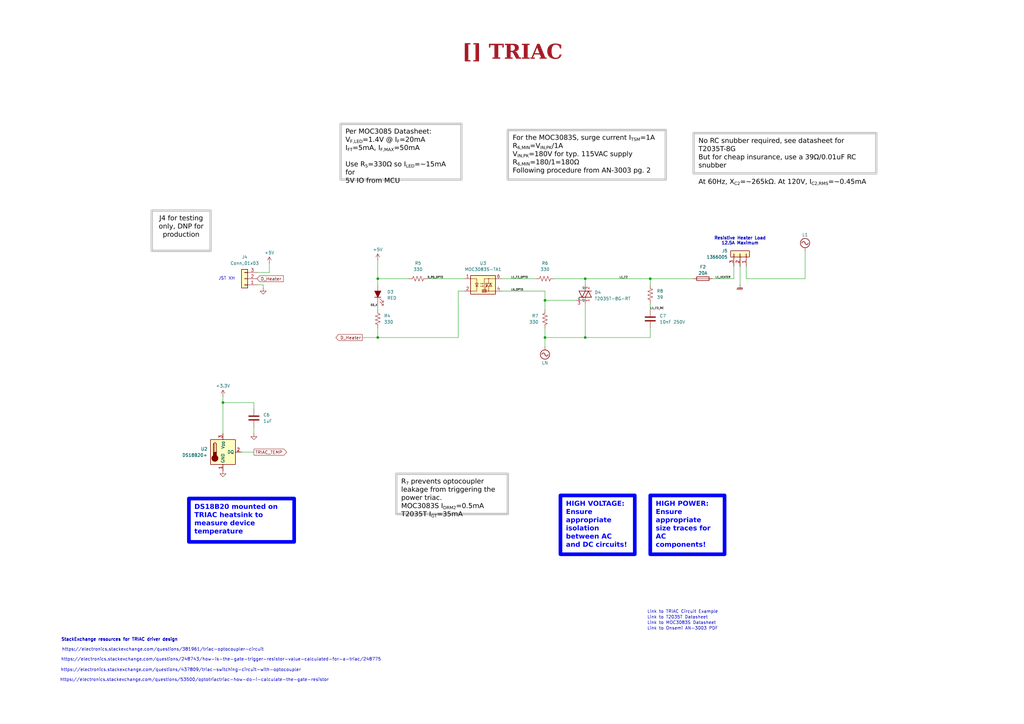
<source format=kicad_sch>
(kicad_sch (version 20250114) (generator "eeschema") (generator_version "9.0")
  (paper "A3")
  (title_block (title "TRIAC") (date "Last Modified Date") (rev "${REVISION}") (company "${COMPANY}"))
  (lib_symbols
    (symbol "Connector_Generic:Conn_01x03" (pin_names (offset 1.016) (hide yes))
      (property "Reference" "J" (at 0 5.08 0))
      (property "Value" "Conn_01x03" (at 0 -5.08 0))
      (symbol "Conn_01x03_1_1"
        (rectangle (start -1.27 3.81) (end 1.27 -3.81) (stroke (width 0.254)) (fill (type background)))
        (rectangle (start -1.27 2.667) (end 0 2.413) (stroke (width 0.1524)))
        (rectangle (start -1.27 0.127) (end 0 -0.127) (stroke (width 0.1524)))
        (rectangle (start -1.27 -2.413) (end 0 -2.667) (stroke (width 0.1524)))
        (pin passive line (at -5.08 2.54 0) (length 3.81) (name "Pin_1") (number "1"))
        (pin passive line (at -5.08 0 0) (length 3.81) (name "Pin_2") (number "2"))
        (pin passive line (at -5.08 -2.54 0) (length 3.81) (name "Pin_3") (number "3"))
      )
    )
    (symbol "Device:C" (pin_numbers (hide yes)) (pin_names (offset 0.254))
      (property "Reference" "C" (at 0.635 2.54 0))
      (property "Value" "C" (at 0.635 -2.54 0))
      (symbol "C_0_1"
        (polyline (pts (xy -2.032 0.762) (xy 2.032 0.762)) (stroke (width 0.508)))
        (polyline (pts (xy -2.032 -0.762) (xy 2.032 -0.762)) (stroke (width 0.508)))
      )
      (symbol "C_1_1"
        (pin passive line (at 0 3.81 270) (length 2.794) (name "~") (number "1"))
        (pin passive line (at 0 -3.81 90) (length 2.794) (name "~") (number "2"))
      )
    )
    (symbol "Device:Fuse" (pin_numbers (hide yes)) (pin_names (offset 0))
      (property "Reference" "F" (at 2.032 0 90))
      (property "Value" "Fuse" (at -1.905 0 90))
      (symbol "Fuse_0_1"
        (rectangle (start -0.762 -2.54) (end 0.762 2.54) (stroke (width 0.254)))
        (polyline (pts (xy 0 2.54) (xy 0 -2.54)))
      )
      (symbol "Fuse_1_1"
        (pin passive line (at 0 3.81 270) (length 1.27) (name "~") (number "1"))
        (pin passive line (at 0 -3.81 90) (length 1.27) (name "~") (number "2"))
      )
    )
    (symbol "Device:LED_Filled" (pin_numbers (hide yes)) (pin_names (offset 1.016) (hide yes))
      (property "Reference" "D" (at 0 2.54 0))
      (property "Value" "LED_Filled" (at 0 -2.54 0))
      (property "Sim.Pins" "1=K 2=A" (at 0 0 0))
      (symbol "LED_Filled_0_1"
        (polyline (pts (xy -3.048 -0.762) (xy -4.572 -2.286) (xy -3.81 -2.286) (xy -4.572 -2.286) (xy -4.572 -1.524)))
        (polyline (pts (xy -1.778 -0.762) (xy -3.302 -2.286) (xy -2.54 -2.286) (xy -3.302 -2.286) (xy -3.302 -1.524)))
        (polyline (pts (xy -1.27 0) (xy 1.27 0)))
        (polyline (pts (xy -1.27 -1.27) (xy -1.27 1.27)) (stroke (width 0.254)))
        (polyline (pts (xy 1.27 -1.27) (xy 1.27 1.27) (xy -1.27 0) (xy 1.27 -1.27)) (stroke (width 0.254)) (fill (type outline)))
      )
      (symbol "LED_Filled_1_1"
        (pin passive line (at -3.81 0 0) (length 2.54) (name "K") (number "1"))
        (pin passive line (at 3.81 0 180) (length 2.54) (name "A") (number "2"))
      )
    )
    (symbol "Device:R_US" (pin_numbers (hide yes)) (pin_names (offset 0))
      (property "Reference" "R" (at 2.54 0 90))
      (property "Value" "R_US" (at -2.54 0 90))
      (symbol "R_US_0_1"
        (polyline (pts (xy 0 2.286) (xy 0 2.54)))
        (polyline (pts (xy 0 2.286) (xy 1.016 1.905) (xy 0 1.524) (xy -1.016 1.143) (xy 0 0.762)))
        (polyline (pts (xy 0 0.762) (xy 1.016 0.381) (xy 0 0) (xy -1.016 -0.381) (xy 0 -0.762)))
        (polyline (pts (xy 0 -0.762) (xy 1.016 -1.143) (xy 0 -1.524) (xy -1.016 -1.905) (xy 0 -2.286)))
        (polyline (pts (xy 0 -2.286) (xy 0 -2.54)))
      )
      (symbol "R_US_1_1"
        (pin passive line (at 0 3.81 270) (length 1.27) (name "~") (number "1"))
        (pin passive line (at 0 -3.81 90) (length 1.27) (name "~") (number "2"))
      )
    )
    (symbol "Relay_SolidState:MOC3083M"
      (property "Reference" "U" (at -5.08 5.08 0))
      (property "Value" "MOC3083M" (at 0 5.08 0))
      (symbol "MOC3083M_0_0"
        (rectangle (start -0.381 -2.032) (end 1.397 -3.048))
        (polyline (pts (xy 1.524 -0.635) (xy 1.016 -1.016) (xy 1.016 -2.032)))
        (polyline (pts (xy 2.286 -2.54) (xy 1.397 -2.54)))
        (text "ZCD" (at 0.508 -2.54 0) (effects (font (size 0.508 0.508))))
      )
      (symbol "MOC3083M_0_1"
        (rectangle (start -5.08 3.81) (end 5.08 -3.81) (stroke (width 0.254)) (fill (type background)))
        (polyline (pts (xy -5.08 2.54) (xy -2.54 2.54) (xy -2.54 -2.54) (xy -5.08 -2.54)))
        (polyline (pts (xy -3.175 -0.635) (xy -1.905 -0.635)))
        (polyline (pts (xy -2.54 -0.635) (xy -3.175 0.635) (xy -1.905 0.635) (xy -2.54 -0.635)))
        (polyline (pts (xy -1.143 0.508) (xy 0.127 0.508) (xy -0.254 0.381) (xy -0.254 0.635) (xy 0.127 0.508)))
        (polyline (pts (xy -1.143 -0.508) (xy 0.127 -0.508) (xy -0.254 -0.635) (xy -0.254 -0.381) (xy 0.127 -0.508)))
        (polyline (pts (xy 0.889 -0.635) (xy 3.683 -0.635) (xy 3.048 0.635) (xy 2.413 -0.635)))
        (polyline (pts (xy 1.524 -0.635) (xy 1.524 0.635)))
        (polyline (pts (xy 2.286 2.54) (xy 0.508 2.54) (xy 0.508 -2.032)))
        (circle (center 2.286 2.54) (radius 0.127))
        (polyline (pts (xy 2.286 0.635) (xy 2.286 2.54) (xy 5.08 2.54)))
        (polyline (pts (xy 2.286 -0.635) (xy 2.286 -2.54) (xy 5.08 -2.54)))
        (circle (center 2.286 -2.54) (radius 0.127))
        (polyline (pts (xy 3.048 0.635) (xy 3.048 -0.635)))
        (polyline (pts (xy 3.683 0.635) (xy 0.889 0.635) (xy 1.524 -0.635) (xy 2.159 0.635)))
      )
      (symbol "MOC3083M_1_1"
        (pin passive line (at -7.62 2.54 0) (length 2.54) (name "~") (number "1"))
        (pin passive line (at -7.62 -2.54 0) (length 2.54) (name "~") (number "2"))
        (pin no_connect line (at -5.08 0 0) (length 2.54) (hide yes) (name "NC") (number "3"))
        (pin no_connect line (at 5.08 0 180) (length 2.54) (hide yes) (name "NC") (number "5"))
        (pin passive line (at 7.62 2.54 180) (length 2.54) (name "~") (number "6"))
        (pin passive line (at 7.62 -2.54 180) (length 2.54) (name "~") (number "4"))
      )
    )
    (symbol "Sensor_Temperature:DS18B20"
      (property "Reference" "U" (at -3.81 6.35 0))
      (property "Value" "DS18B20" (at 6.35 6.35 0))
      (symbol "DS18B20_0_1"
        (rectangle (start -5.08 5.08) (end 5.08 -5.08) (stroke (width 0.254)) (fill (type background)))
        (polyline (pts (xy -3.937 3.175) (xy -3.937 0)) (stroke (width 0.254)))
        (polyline (pts (xy -3.937 3.175) (xy -3.302 3.175)) (stroke (width 0.254)))
        (polyline (pts (xy -3.937 2.54) (xy -3.302 2.54)) (stroke (width 0.254)))
        (polyline (pts (xy -3.937 1.905) (xy -3.302 1.905)) (stroke (width 0.254)))
        (polyline (pts (xy -3.937 1.27) (xy -3.302 1.27)) (stroke (width 0.254)))
        (polyline (pts (xy -3.937 0.635) (xy -3.302 0.635)) (stroke (width 0.254)))
        (arc (start -3.937 3.175) (mid -3.302 3.8073) (end -2.667 3.175) (stroke (width 0.254)))
        (circle (center -3.302 -2.54) (radius 1.27) (stroke (width 0.254)) (fill (type outline)))
        (polyline (pts (xy -2.667 3.175) (xy -2.667 0)) (stroke (width 0.254)))
        (rectangle (start -2.667 -1.905) (end -3.937 0) (stroke (width 0.254)) (fill (type outline)))
      )
      (symbol "DS18B20_1_1"
        (pin power_in line (at 0 7.62 270) (length 2.54) (name "V_{DD}") (number "3"))
        (pin power_in line (at 0 -7.62 90) (length 2.54) (name "GND") (number "1"))
        (pin bidirectional line (at 7.62 0 180) (length 2.54) (name "DQ") (number "2"))
      )
    )
    (symbol "Triac_Thyristor:Generic_Triac_A1A2G" (pin_names (offset 0))
      (property "Reference" "D" (at 3.175 0.635 0))
      (property "Value" "Generic_Triac_A1A2G" (at 3.175 -1.27 0))
      (symbol "Generic_Triac_A1A2G_0_1"
        (polyline (pts (xy -2.54 1.27) (xy 2.54 1.27)) (stroke (width 0.254)))
        (polyline (pts (xy -2.54 1.27) (xy -1.27 -1.27) (xy 0 1.27)) (stroke (width 0.254)))
        (polyline (pts (xy -2.54 -1.27) (xy 2.54 -1.27)) (stroke (width 0.254)))
        (polyline (pts (xy -1.27 -2.54) (xy -0.635 -1.27)))
        (polyline (pts (xy 0 -1.27) (xy 1.27 1.27) (xy 2.54 -1.27)) (stroke (width 0.254)))
      )
      (symbol "Generic_Triac_A1A2G_1_1"
        (pin input line (at -3.81 -2.54 0) (length 2.54) (name "G") (number "3"))
        (pin passive line (at 0 3.81 270) (length 2.54) (name "A2") (number "2"))
        (pin passive line (at 0 -3.81 90) (length 2.54) (name "A1") (number "1"))
      )
    )
    (symbol "power:+3.3V" (power) (pin_numbers (hide yes)) (pin_names (offset 0) (hide yes))
      (property "Value" "+3.3V" (at 0 3.556 0))
      (symbol "+3.3V_0_1"
        (polyline (pts (xy -0.762 1.27) (xy 0 2.54)))
        (polyline (pts (xy 0 2.54) (xy 0.762 1.27)))
        (polyline (pts (xy 0 0) (xy 0 2.54)))
      )
      (symbol "+3.3V_1_1"
        (pin power_in line (at 0 0 90) (length 0) (name "~") (number "1"))
      )
    )
    (symbol "power:+5V" (power) (pin_numbers (hide yes)) (pin_names (offset 0) (hide yes))
      (property "Value" "+5V" (at 0 3.556 0))
      (symbol "+5V_0_1"
        (polyline (pts (xy -0.762 1.27) (xy 0 2.54)))
        (polyline (pts (xy 0 2.54) (xy 0.762 1.27)))
        (polyline (pts (xy 0 0) (xy 0 2.54)))
      )
      (symbol "+5V_1_1"
        (pin power_in line (at 0 0 90) (length 0) (name "~") (number "1"))
      )
    )
    (symbol "power:AC" (power) (pin_numbers (hide yes)) (pin_names (offset 0) (hide yes))
      (property "Value" "AC" (at 0 6.35 0))
      (symbol "AC_0_1"
        (arc (start -1.27 3.175) (mid -0.635 3.8073) (end 0 3.175) (stroke (width 0.254)))
        (circle (center 0 3.175) (radius 1.905) (stroke (width 0.254)))
        (polyline (pts (xy 0 0) (xy 0 1.27)))
        (arc (start 1.27 3.175) (mid 0.635 2.5427) (end 0 3.175) (stroke (width 0.254)))
      )
      (symbol "AC_1_1"
        (pin power_in line (at 0 0 90) (length 0) (name "~") (number "1"))
      )
    )
    (symbol "power:GND" (power) (pin_numbers (hide yes)) (pin_names (offset 0) (hide yes))
      (property "Value" "GND" (at 0 -3.81 0))
      (symbol "GND_0_1"
        (polyline (pts (xy 0 0) (xy 0 -1.27) (xy 1.27 -1.27) (xy 0 -2.54) (xy -1.27 -1.27) (xy 0 -1.27)))
      )
      (symbol "GND_1_1"
        (pin power_in line (at 0 0 270) (length 0) (name "~") (number "1"))
      )
    )
    (symbol "power:GNDPWR" (power) (pin_numbers (hide yes)) (pin_names (offset 0) (hide yes))
      (property "Value" "GNDPWR" (at 0 -3.302 0))
      (symbol "GNDPWR_0_1"
        (polyline (pts (xy -1.016 -1.27) (xy -1.27 -2.032) (xy -1.27 -2.032)) (stroke (width 0.2032)))
        (polyline (pts (xy -0.508 -1.27) (xy -0.762 -2.032) (xy -0.762 -2.032)) (stroke (width 0.2032)))
        (polyline (pts (xy 0 -1.27) (xy 0 0)))
        (polyline (pts (xy 0 -1.27) (xy -0.254 -2.032) (xy -0.254 -2.032)) (stroke (width 0.2032)))
        (polyline (pts (xy 0.508 -1.27) (xy 0.254 -2.032) (xy 0.254 -2.032)) (stroke (width 0.2032)))
        (polyline (pts (xy 1.016 -1.27) (xy -1.016 -1.27) (xy -1.016 -1.27)) (stroke (width 0.2032)))
        (polyline (pts (xy 1.016 -1.27) (xy 0.762 -2.032) (xy 0.762 -2.032) (xy 0.762 -2.032)) (stroke (width 0.2032)))
      )
      (symbol "GNDPWR_1_1"
        (pin power_in line (at 0 0 270) (length 0) (name "~") (number "1"))
      )
    )
  )
  (text "JST XH" (at 92.964 114.3 0) (effects (font (size 1.27 1.27))))
  (text "Link to Onsemi AN-3003 PDF" (at 265.43 257.81 0) (effects (font (size 1.27 1.27)) (justify left)))
  (text "https://electronics.stackexchange.com/questions/381961/triac-optocoupler-circuit" (at 66.802 266.446 0) (effects (font (size 1.27 1.27))))
  (text "https://electronics.stackexchange.com/questions/53500/optotriactriac-how-do-i-calculate-the-gate-resistor" (at 79.756 278.892 0) (effects (font (size 1.27 1.27))))
  (text "StackExchange resources for TRIAC driver design" (at 49.022 262.382 0) (effects (font (size 1.27 1.27) (thickness 0.254) (bold yes))))
  (text "Link to TRIAC Circuit Example" (at 265.43 250.952 0) (effects (font (size 1.27 1.27)) (justify left)))
  (text "https://electronics.stackexchange.com/questions/437809/triac-switching-circuit-with-optocoupler" (at 74.168 274.828 0) (effects (font (size 1.27 1.27))))
  (text "Link to MOC3083S Datasheet" (at 265.43 255.524 0) (effects (font (size 1.27 1.27)) (justify left)))
  (text "https://electronics.stackexchange.com/questions/248743/how-is-the-gate-trigger-resistor-value-calculated-for-a-triac/248775" (at 90.678 270.51 0) (effects (font (size 1.27 1.27))))
  (text "Resistive Heater Load\n12.5A Maximum" (at 303.53 98.806 0) (effects (font (size 1.27 1.27) (thickness 0.254) (bold yes))))
  (text "Link to T2035T Datasheet" (at 265.43 253.238 0) (effects (font (size 1.27 1.27)) (justify left)))
  (text_box "No RC snubber required, see datasheet for T2035T-8G\nBut for cheap insurance, use a 39Ω/0.01uF RC snubber\n\nAt 60Hz, X_{C2}=~265kΩ. At 120V, I_{C2,RMS}=~0.45mA\n" (at 284.48 54.61 0) (size 74.93 16.51) (margins 2 2 2 2) (stroke (width 1) (color 200 200 200 1)) (effects (font (size 2 2)) (justify left top)))
  (text_box "HIGH VOLTAGE:\nEnsure appropriate isolation between AC and DC circuits!" (at 229.87 203.2 0) (size 30.48 24.13) (margins 2.25 2.25 2.25 2.25) (stroke (width 1.5) (color 0 0 255 1)) (effects (font (size 2 2) (thickness 0.4) (bold yes)) (justify left top)))
  (text_box "HIGH POWER:\nEnsure appropriate size traces for AC components!" (at 266.7 203.2 0) (size 30.48 24.13) (margins 2.25 2.25 2.25 2.25) (stroke (width 1.5) (color 0 0 255 1)) (effects (font (size 2 2) (thickness 0.4) (bold yes)) (justify left top)))
  (text_box "[${#}] ${TITLE}" (at 12.7 15.24 0) (size 394.97 12.7) (margins 4.4999 4.4999 4.4999 4.4999) (stroke (width -0.0001)) (effects (font (size 6 6) (thickness 1.2) (bold yes))))
  (text_box "DS18B20 mounted on TRIAC heatsink to measure device temperature" (at 77.47 204.47 0) (size 43.18 17.78) (margins 2.25 2.25 2.25 2.25) (stroke (width 1.5) (color 0 0 255 1)) (effects (font (size 2 2) (thickness 0.4) (bold yes)) (justify left top)))
  (text_box "R_{7} prevents optocoupler leakage from triggering the power triac.\nMOC3083S I_{DRM2}=0.5mA\nT2035T I_{GT}=35mA" (at 162.56 194.31 0) (size 45.72 16.51) (margins 2 2 2 2) (stroke (width 1) (color 200 200 200 1)) (effects (font (size 2 2)) (justify left top)))
  (text_box "For the MOC3083S, surge current I_{TSM}=1A\nR_{6,MIN}=V_{IN,PK}/1A\nV_{IN,PK}=180V for typ. 115VAC supply\nR_{6,MIN}=180/1=180Ω\nFollowing procedure from AN-3003 pg. 2" (at 208.28 53.34 0) (size 64.77 20.32) (margins 2 2 2 2) (stroke (width 1) (color 200 200 200 1)) (effects (font (size 2 2)) (justify left top)))
  (text_box "J4 for testing only, DNP for production" (at 62.23 86.36 0) (size 24.13 16.51) (margins 2 2 2 2) (stroke (width 1) (color 200 200 200 1)) (effects (font (size 2 2)) (justify top)))
  (text_box "Per MOC3085 Datasheet:\nV_{F,LED}=1.4V @ I_{F}=20mA\nI_{FT}=5mA, I_{F,MAX}=50mA\n\nUse R_{5}=330Ω so I_{LED}=~15mA for\n5V IO from MCU" (at 139.7 50.8 0) (size 49.53 22.86) (margins 2 2 2 2) (stroke (width 1) (color 200 200 200 1)) (effects (font (size 2 2)) (justify left top)))
  (junction (at 223.52 123.19))
  (junction (at 154.94 114.3))
  (junction (at 240.03 138.43))
  (junction (at 154.94 138.43))
  (junction (at 240.03 114.3))
  (junction (at 91.44 165.1))
  (junction (at 223.52 138.43))
  (junction (at 266.7 114.3))
  (wire (pts (xy 91.44 165.1) (xy 104.14 165.1)))
  (wire (pts (xy 306.07 114.3) (xy 306.07 109.22)))
  (wire (pts (xy 110.49 111.76) (xy 105.41 111.76)))
  (wire (pts (xy 110.49 107.95) (xy 110.49 111.76)))
  (wire (pts (xy 223.52 119.38) (xy 205.74 119.38)))
  (wire (pts (xy 223.52 138.43) (xy 223.52 142.24)))
  (wire (pts (xy 300.99 109.22) (xy 300.99 114.3)))
  (wire (pts (xy 175.26 114.3) (xy 190.5 114.3)))
  (wire (pts (xy 187.96 138.43) (xy 154.94 138.43)))
  (wire (pts (xy 154.94 138.43) (xy 148.59 138.43)))
  (wire (pts (xy 91.44 165.1) (xy 91.44 177.8)))
  (wire (pts (xy 154.94 124.46) (xy 154.94 127)))
  (wire (pts (xy 105.41 116.84) (xy 107.95 116.84)))
  (wire (pts (xy 266.7 134.62) (xy 266.7 138.43)))
  (wire (pts (xy 91.44 162.56) (xy 91.44 165.1)))
  (wire (pts (xy 330.2 102.87) (xy 330.2 114.3)))
  (wire (pts (xy 223.52 138.43) (xy 223.52 134.62)))
  (wire (pts (xy 266.7 116.84) (xy 266.7 114.3)))
  (wire (pts (xy 154.94 134.62) (xy 154.94 138.43)))
  (wire (pts (xy 104.14 175.26) (xy 104.14 177.8)))
  (wire (pts (xy 223.52 138.43) (xy 240.03 138.43)))
  (wire (pts (xy 330.2 114.3) (xy 306.07 114.3)))
  (wire (pts (xy 223.52 123.19) (xy 223.52 119.38)))
  (wire (pts (xy 104.14 167.64) (xy 104.14 165.1)))
  (wire (pts (xy 107.95 116.84) (xy 107.95 118.11)))
  (wire (pts (xy 240.03 114.3) (xy 266.7 114.3)))
  (wire (pts (xy 240.03 116.84) (xy 240.03 114.3)))
  (wire (pts (xy 205.74 114.3) (xy 219.71 114.3)))
  (wire (pts (xy 99.06 185.42) (xy 104.14 185.42)))
  (wire (pts (xy 227.33 114.3) (xy 240.03 114.3)))
  (wire (pts (xy 240.03 124.46) (xy 240.03 138.43)))
  (wire (pts (xy 266.7 114.3) (xy 284.48 114.3)))
  (wire (pts (xy 154.94 116.84) (xy 154.94 114.3)))
  (wire (pts (xy 187.96 119.38) (xy 187.96 138.43)))
  (wire (pts (xy 240.03 138.43) (xy 266.7 138.43)))
  (wire (pts (xy 236.22 123.19) (xy 223.52 123.19)))
  (wire (pts (xy 154.94 106.68) (xy 154.94 114.3)))
  (wire (pts (xy 300.99 114.3) (xy 292.1 114.3)))
  (wire (pts (xy 223.52 123.19) (xy 223.52 127)))
  (wire (pts (xy 190.5 119.38) (xy 187.96 119.38)))
  (wire (pts (xy 303.53 109.22) (xy 303.53 116.84)))
  (wire (pts (xy 266.7 124.46) (xy 266.7 127)))
  (wire (pts (xy 154.94 114.3) (xy 167.64 114.3)))
  (label "L1_F2_RC" (at 266.7 127 0) (effects (font (size 0.762 0.762))))
  (label "D_R5_OPTO" (at 175.26 114.3 0) (effects (font (size 0.762 0.762))))
  (label "L1_F2" (at 254 114.3 0) (effects (font (size 0.762 0.762))))
  (label "L1_F2_OPTO" (at 209.55 114.3 0) (effects (font (size 0.762 0.762))))
  (label "L1_HEATER" (at 293.37 114.3 0) (effects (font (size 0.762 0.762))))
  (label "LN_OPTO" (at 209.55 119.38 0) (effects (font (size 0.762 0.762))))
  (label "D3_K" (at 154.94 125.73 180) (effects (font (size 0.762 0.762))))
  (global_label "TRIAC_TEMP" (shape output) (at 104.14 185.42 0) (property "Intersheetrefs" "${INTERSHEET_REFS}" (effects (hide yes))))
  (global_label "D_Heater" (shape output) (at 148.59 138.43 180) (property "Intersheetrefs" "${INTERSHEET_REFS}" (effects (hide yes))))
  (global_label "D_Heater" (shape input) (at 105.41 114.3 0) (property "Intersheetrefs" "${INTERSHEET_REFS}" (effects (hide yes))))
  (symbol (lib_id "power:+5V") (at 110.49 107.95 0) (unit 1)
    (property "Reference" "#PWR018" (effects (hide yes)))
    (property "Value" "+5V" (at 110.49 103.632 0))
    (property "Description" "Power symbol creates a global label with name \"+5V\"" (effects (hide yes)))
  )
  (symbol (lib_id "Device:R_US") (at 223.52 130.81 0) (mirror x) (unit 1)
    (property "Reference" "R7" (at 220.859 129.5399 0) (effects (justify right)))
    (property "Value" "330" (at 220.859 132.0799 0) (effects (justify right)))
    (property "Footprint" "Resistor_SMD:R_2512_6332Metric_Pad1.40x3.35mm_HandSolder" (effects (hide yes)))
    (property "Description" "Resistor, US symbol" (effects (hide yes)))
  )
  (symbol (lib_id "Device:C") (at 104.14 171.45 0) (unit 1)
    (property "Reference" "C6" (at 107.95 170.1799 0) (effects (justify left)))
    (property "Value" "1uF" (at 107.95 172.7199 0) (effects (justify left)))
    (property "Footprint" "Capacitor_SMD:C_0805_2012Metric_Pad1.18x1.45mm_HandSolder" (effects (hide yes)))
    (property "Description" "Unpolarized capacitor" (effects (hide yes)))
  )
  (symbol (lib_id "Device:C") (at 266.7 130.81 0) (unit 1)
    (property "Reference" "C7" (at 270.51 129.5399 0) (effects (justify left)))
    (property "Value" "10nF 250V" (at 270.51 132.0799 0) (effects (justify left)))
    (property "Footprint" "Capacitor_SMD:C_1812_4532Metric_Pad1.57x3.40mm_HandSolder" (effects (hide yes)))
    (property "Description" "Unpolarized capacitor" (effects (hide yes)))
  )
  (symbol (lib_id "Device:R_US") (at 266.7 120.65 180) (unit 1)
    (property "Reference" "R8" (at 269.361 119.3799 0) (effects (justify right)))
    (property "Value" "39" (at 269.361 121.9199 0) (effects (justify right)))
    (property "Footprint" "Resistor_SMD:R_2512_6332Metric_Pad1.40x3.35mm_HandSolder" (effects (hide yes)))
    (property "Description" "Resistor, US symbol" (effects (hide yes)))
  )
  (symbol (lib_id "Connector_Generic:Conn_01x03") (at 100.33 114.3 180) (unit 1)
    (property "Reference" "J4" (at 100.33 105.41 0))
    (property "Value" "Conn_01x03" (at 100.33 107.95 0))
    (property "Footprint" "Connector_JST:JST_XH_B3B-XH-A_1x03_P2.50mm_Vertical" (effects (hide yes)))
    (property "Description" "Generic connector, single row, 01x03, script generated (kicad-library-utils/schlib/autogen/connector/)" (effects (hide yes)))
  )
  (symbol (lib_id "power:+3.3V") (at 91.44 162.56 0) (unit 1)
    (property "Reference" "#PWR014" (effects (hide yes)))
    (property "Value" "+3.3V" (at 91.44 158.242 0))
    (property "Description" "Power symbol creates a global label with name \"+3.3V\"" (effects (hide yes)))
  )
  (symbol (lib_id "power:GND") (at 104.14 177.8 0) (unit 1)
    (property "Reference" "#PWR016" (effects (hide yes)))
    (property "Value" "GND" (effects (hide yes)))
    (property "Description" "Power symbol creates a global label with name \"GND\" , ground" (effects (hide yes)))
  )
  (symbol (lib_id "Connector_Generic:Conn_01x03") (at 303.53 104.14 270) (mirror x) (unit 1)
    (property "Reference" "J5" (at 298.45 102.8699 90) (effects (justify right)))
    (property "Value" "1366005" (at 298.45 105.4099 90) (effects (justify right)))
    (property "Footprint" "PhoenixContact_SPTA:SPTA-THR 2.53-5.0 P26" (effects (hide yes)))
    (property "Description" "Generic connector, single row, 01x03, script generated (kicad-library-utils/schlib/autogen/connector/)" (effects (hide yes)))
  )
  (symbol (lib_id "Device:R_US") (at 154.94 130.81 0) (unit 1)
    (property "Reference" "R4" (at 157.48 129.5399 0) (effects (justify left)))
    (property "Value" "330" (at 157.48 132.0799 0) (effects (justify left)))
    (property "Footprint" "Resistor_SMD:R_0603_1608Metric_Pad0.98x0.95mm_HandSolder" (effects (hide yes)))
    (property "Description" "Resistor, US symbol" (effects (hide yes)))
  )
  (symbol (lib_id "Triac_Thyristor:Generic_Triac_A1A2G") (at 240.03 120.65 0) (unit 1)
    (property "Reference" "D4" (at 243.84 119.9514 0) (effects (justify left)))
    (property "Value" "T2035T-8G-RT" (at 243.84 122.4914 0) (effects (justify left)))
    (property "Footprint" "Package_TO_SOT_SMD:TO-263-2" (effects (hide yes)))
    (property "Description" "Triode for alternating current, anode1/anode2/gate" (effects (hide yes)))
  )
  (symbol (lib_id "power:GND") (at 91.44 193.04 0) (unit 1)
    (property "Reference" "#PWR015" (effects (hide yes)))
    (property "Value" "GND" (effects (hide yes)))
    (property "Description" "Power symbol creates a global label with name \"GND\" , ground" (effects (hide yes)))
  )
  (symbol (lib_id "power:GNDPWR") (at 303.53 116.84 0) (unit 1)
    (property "Reference" "#PWR021" (effects (hide yes)))
    (property "Value" "GNDPWR" (effects (hide yes)))
    (property "Description" "Power symbol creates a global label with name \"GNDPWR\" , global ground" (effects (hide yes)))
  )
  (symbol (lib_id "power:GND") (at 107.95 118.11 0) (unit 1)
    (property "Reference" "#PWR017" (effects (hide yes)))
    (property "Value" "GND" (effects (hide yes)))
    (property "Description" "Power symbol creates a global label with name \"GND\" , ground" (effects (hide yes)))
  )
  (symbol (lib_id "power:AC") (at 223.52 142.24 180) (unit 1)
    (property "Reference" "#PWR020" (effects (hide yes)))
    (property "Value" "LN" (at 223.52 148.844 0))
    (property "Description" "Power symbol creates a global label with name \"AC\"" (effects (hide yes)))
  )
  (symbol (lib_id "Sensor_Temperature:DS18B20") (at 91.44 185.42 0) (unit 1)
    (property "Reference" "U2" (at 85.09 184.1499 0) (effects (justify right)))
    (property "Value" "DS18B20+" (at 85.09 186.6899 0) (effects (justify right)))
    (property "Footprint" "Package_TO_SOT_THT:TO-92_Inline" (effects (hide yes)))
    (property "Datasheet" "http://datasheets.maximintegrated.com/en/ds/DS18B20.pdf" (effects (hide yes)))
    (property "Description" "Programmable Resolution 1-Wire Digital Thermometer TO-92" (effects (hide yes)))
  )
  (symbol (lib_id "Device:R_US") (at 171.45 114.3 90) (unit 1)
    (property "Reference" "R5" (at 171.45 107.95 90))
    (property "Value" "330" (at 171.45 110.49 90))
    (property "Footprint" "Resistor_SMD:R_0603_1608Metric_Pad0.98x0.95mm_HandSolder" (effects (hide yes)))
    (property "Description" "Resistor, US symbol" (effects (hide yes)))
  )
  (symbol (lib_id "power:+5V") (at 154.94 106.68 0) (unit 1)
    (property "Reference" "#PWR019" (effects (hide yes)))
    (property "Value" "+5V" (at 154.94 102.362 0))
    (property "Description" "Power symbol creates a global label with name \"+5V\"" (effects (hide yes)))
  )
  (symbol (lib_id "Device:LED_Filled") (at 154.94 120.65 90) (unit 1)
    (property "Reference" "D3" (at 158.75 119.6974 90) (effects (justify right)))
    (property "Value" "RED" (at 158.75 122.2374 90) (effects (justify right)))
    (property "Footprint" "LED_SMD:LED_0603_1608Metric_Pad1.05x0.95mm_HandSolder" (effects (hide yes)))
    (property "Description" "Light emitting diode, filled shape" (effects (hide yes)))
  )
  (symbol (lib_id "Device:Fuse") (at 288.29 114.3 90) (unit 1)
    (property "Reference" "F2" (at 288.29 109.474 90))
    (property "Value" "20A" (at 288.29 112.014 90))
    (property "Footprint" "Fuse:Fuseholder_Clip-6.3x32mm_Littelfuse_122_Inline_P34.21x7.62mm_D2.54mm_Horizontal" (effects (hide yes)))
    (property "Description" "Fuse" (effects (hide yes)))
  )
  (symbol (lib_id "power:AC") (at 330.2 102.87 0) (unit 1)
    (property "Reference" "#PWR022" (effects (hide yes)))
    (property "Value" "L1" (at 330.2 96.266 0))
    (property "Description" "Power symbol creates a global label with name \"AC\"" (effects (hide yes)))
  )
  (symbol (lib_id "Device:R_US") (at 223.52 114.3 90) (unit 1)
    (property "Reference" "R6" (at 223.52 107.95 90))
    (property "Value" "330" (at 223.52 110.49 90))
    (property "Footprint" "Resistor_SMD:R_2512_6332Metric_Pad1.40x3.35mm_HandSolder" (effects (hide yes)))
    (property "Description" "Resistor, US symbol" (effects (hide yes)))
  )
  (symbol (lib_id "Relay_SolidState:MOC3083M") (at 198.12 116.84 0) (unit 1)
    (property "Reference" "U3" (at 198.12 107.95 0))
    (property "Value" "MOC3083S-TA1" (at 198.12 110.49 0))
    (property "Footprint" "Package_DIP:SMDIP-6_W9.53mm" (effects (hide yes)))
    (property "Datasheet" "https://www.onsemi.com/pub/Collateral/MOC3083M-D.PDF" (effects (hide yes)))
    (property "Description" "Zero Cross Opto-Triac, Vdrm 800V, Ift 5mA, DIP6" (effects (hide yes)))
  )
)
</source>
